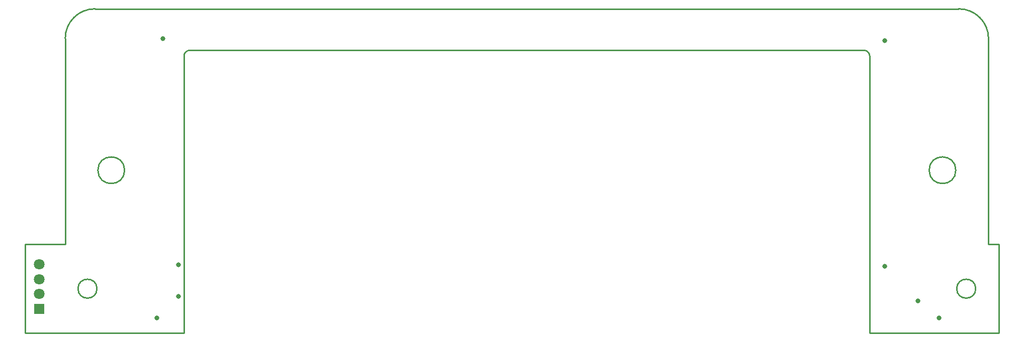
<source format=gts>
G04*
G04 #@! TF.GenerationSoftware,Altium Limited,Altium Designer,18.1.8 (232)*
G04*
G04 Layer_Color=8388736*
%FSLAX25Y25*%
%MOIN*%
G70*
G01*
G75*
%ADD10C,0.01000*%
%ADD11R,0.07099X0.07099*%
%ADD12C,0.07099*%
%ADD13C,0.03200*%
D10*
X617126Y108268D02*
G03*
X617126Y108268I-8858J0D01*
G01*
X560040Y184055D02*
G03*
X556103Y187992I-3937J0D01*
G01*
X109252D02*
G03*
X105315Y184055I0J-3937D01*
G01*
X46260Y215551D02*
G03*
X26575Y195866I0J-19685D01*
G01*
X638780D02*
G03*
X619095Y215551I-19685J0D01*
G01*
X630315Y29528D02*
G03*
X630315Y29528I-6299J0D01*
G01*
X65945Y108268D02*
G03*
X65945Y108268I-8858J0D01*
G01*
X47638Y29528D02*
G03*
X47638Y29528I-6299J0D01*
G01*
X560040Y0D02*
X645670D01*
X560040D02*
Y184055D01*
X109252Y187992D02*
X556103D01*
X105315Y0D02*
Y184055D01*
X0Y0D02*
X105315D01*
X0D02*
Y58875D01*
Y55174D02*
Y59055D01*
X26575D01*
Y195866D01*
X46260Y215551D02*
X619095D01*
X638780Y59055D02*
Y195866D01*
Y59055D02*
X645670D01*
Y0D02*
Y59055D01*
D11*
X9183Y16159D02*
D03*
D12*
Y26001D02*
D03*
Y35844D02*
D03*
Y45686D02*
D03*
D13*
X570079Y44488D02*
D03*
Y194488D02*
D03*
X592109Y21260D02*
D03*
X87402Y10236D02*
D03*
X101575Y24409D02*
D03*
X101703Y45276D02*
D03*
X91367Y195669D02*
D03*
X606085Y9971D02*
D03*
M02*

</source>
